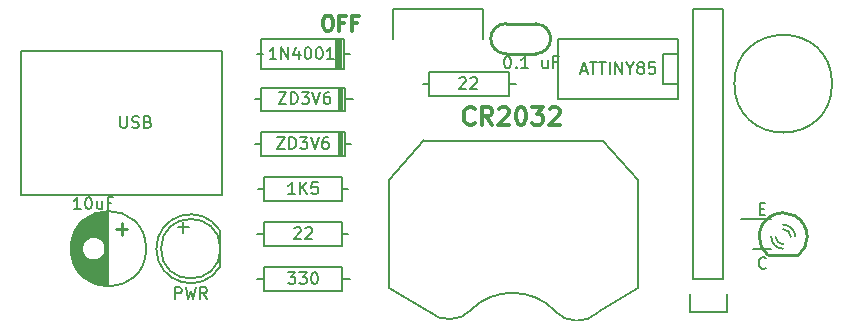
<source format=gto>
G04 #@! TF.FileFunction,Legend,Top*
%FSLAX46Y46*%
G04 Gerber Fmt 4.6, Leading zero omitted, Abs format (unit mm)*
G04 Created by KiCad (PCBNEW (2015-08-15 BZR 6092)-product) date 9/14/2015 8:23:45 PM*
%MOMM*%
G01*
G04 APERTURE LIST*
%ADD10C,0.100000*%
%ADD11C,0.300000*%
%ADD12C,0.254000*%
%ADD13C,0.150000*%
%ADD14C,0.152400*%
%ADD15C,0.203200*%
%ADD16C,0.177800*%
%ADD17C,0.200000*%
G04 APERTURE END LIST*
D10*
D11*
X123885477Y-74234524D02*
X124127381Y-74234524D01*
X124248334Y-74295000D01*
X124369286Y-74415952D01*
X124429762Y-74657857D01*
X124429762Y-75081190D01*
X124369286Y-75323095D01*
X124248334Y-75444048D01*
X124127381Y-75504524D01*
X123885477Y-75504524D01*
X123764524Y-75444048D01*
X123643572Y-75323095D01*
X123583096Y-75081190D01*
X123583096Y-74657857D01*
X123643572Y-74415952D01*
X123764524Y-74295000D01*
X123885477Y-74234524D01*
X125397381Y-74839286D02*
X124974048Y-74839286D01*
X124974048Y-75504524D02*
X124974048Y-74234524D01*
X125578810Y-74234524D01*
X126485952Y-74839286D02*
X126062619Y-74839286D01*
X126062619Y-75504524D02*
X126062619Y-74234524D01*
X126667381Y-74234524D01*
X136430144Y-83339714D02*
X136358715Y-83411143D01*
X136144429Y-83482571D01*
X136001572Y-83482571D01*
X135787287Y-83411143D01*
X135644429Y-83268286D01*
X135573001Y-83125429D01*
X135501572Y-82839714D01*
X135501572Y-82625429D01*
X135573001Y-82339714D01*
X135644429Y-82196857D01*
X135787287Y-82054000D01*
X136001572Y-81982571D01*
X136144429Y-81982571D01*
X136358715Y-82054000D01*
X136430144Y-82125429D01*
X137930144Y-83482571D02*
X137430144Y-82768286D01*
X137073001Y-83482571D02*
X137073001Y-81982571D01*
X137644429Y-81982571D01*
X137787287Y-82054000D01*
X137858715Y-82125429D01*
X137930144Y-82268286D01*
X137930144Y-82482571D01*
X137858715Y-82625429D01*
X137787287Y-82696857D01*
X137644429Y-82768286D01*
X137073001Y-82768286D01*
X138501572Y-82125429D02*
X138573001Y-82054000D01*
X138715858Y-81982571D01*
X139073001Y-81982571D01*
X139215858Y-82054000D01*
X139287287Y-82125429D01*
X139358715Y-82268286D01*
X139358715Y-82411143D01*
X139287287Y-82625429D01*
X138430144Y-83482571D01*
X139358715Y-83482571D01*
X140287286Y-81982571D02*
X140430143Y-81982571D01*
X140573000Y-82054000D01*
X140644429Y-82125429D01*
X140715858Y-82268286D01*
X140787286Y-82554000D01*
X140787286Y-82911143D01*
X140715858Y-83196857D01*
X140644429Y-83339714D01*
X140573000Y-83411143D01*
X140430143Y-83482571D01*
X140287286Y-83482571D01*
X140144429Y-83411143D01*
X140073000Y-83339714D01*
X140001572Y-83196857D01*
X139930143Y-82911143D01*
X139930143Y-82554000D01*
X140001572Y-82268286D01*
X140073000Y-82125429D01*
X140144429Y-82054000D01*
X140287286Y-81982571D01*
X141287286Y-81982571D02*
X142215857Y-81982571D01*
X141715857Y-82554000D01*
X141930143Y-82554000D01*
X142073000Y-82625429D01*
X142144429Y-82696857D01*
X142215857Y-82839714D01*
X142215857Y-83196857D01*
X142144429Y-83339714D01*
X142073000Y-83411143D01*
X141930143Y-83482571D01*
X141501571Y-83482571D01*
X141358714Y-83411143D01*
X141287286Y-83339714D01*
X142787285Y-82125429D02*
X142858714Y-82054000D01*
X143001571Y-81982571D01*
X143358714Y-81982571D01*
X143501571Y-82054000D01*
X143573000Y-82125429D01*
X143644428Y-82268286D01*
X143644428Y-82411143D01*
X143573000Y-82625429D01*
X142715857Y-83482571D01*
X143644428Y-83482571D01*
D12*
X106069191Y-92292714D02*
X107036810Y-92292714D01*
X106553000Y-92776524D02*
X106553000Y-91808905D01*
D13*
X161544000Y-93980000D02*
X160020000Y-93980000D01*
X161544000Y-91440000D02*
X159004000Y-91440000D01*
D12*
X161290000Y-94538800D02*
X163830000Y-94538800D01*
D14*
X163195000Y-92964000D02*
G75*
G03X162560000Y-92329000I-635000J0D01*
G01*
X163576000Y-92964000D02*
G75*
G03X162560000Y-91948000I-1016000J0D01*
G01*
X161925000Y-92964000D02*
G75*
G03X162560000Y-93599000I635000J0D01*
G01*
X161544000Y-92964000D02*
G75*
G03X162560000Y-93980000I1016000J0D01*
G01*
D12*
X163863426Y-94522880D02*
G75*
G03X164592000Y-92964000I-1303426J1558880D01*
G01*
X164589460Y-92963025D02*
G75*
G03X163515040Y-91173300I-2029460J-975D01*
G01*
X160530614Y-92966552D02*
G75*
G03X161249360Y-94513400I2029386J2552D01*
G01*
X161550149Y-91200701D02*
G75*
G03X160528000Y-92964000I1009851J-1763299D01*
G01*
X163523347Y-91174870D02*
G75*
G03X162560000Y-90932000I-963347J-1789130D01*
G01*
X162559900Y-90933077D02*
G75*
G03X161495740Y-91234260I100J-2030923D01*
G01*
D13*
X125222000Y-96520000D02*
X125476000Y-96520000D01*
X118618000Y-95504000D02*
X118618000Y-97536000D01*
X118618000Y-97536000D02*
X125222000Y-97536000D01*
X125222000Y-97536000D02*
X125222000Y-95504000D01*
X125222000Y-95504000D02*
X118618000Y-95504000D01*
X125476000Y-96520000D02*
X125857000Y-96520000D01*
X117983000Y-96520000D02*
X118364000Y-96520000D01*
X118364000Y-96520000D02*
X118491000Y-96520000D01*
X125222000Y-92710000D02*
X125603000Y-92710000D01*
X118364000Y-92710000D02*
X118618000Y-92710000D01*
X118618000Y-91694000D02*
X118618000Y-93726000D01*
X118618000Y-93726000D02*
X125222000Y-93726000D01*
X125222000Y-93726000D02*
X125222000Y-91694000D01*
X125222000Y-91694000D02*
X118618000Y-91694000D01*
X125476000Y-92710000D02*
X125730000Y-92710000D01*
X117983000Y-92710000D02*
X118364000Y-92710000D01*
X125222000Y-88900000D02*
X125476000Y-88900000D01*
X118364000Y-88900000D02*
X118618000Y-88900000D01*
X118618000Y-87884000D02*
X118618000Y-89916000D01*
X118618000Y-89916000D02*
X125222000Y-89916000D01*
X125222000Y-89916000D02*
X125222000Y-87884000D01*
X125222000Y-87884000D02*
X118618000Y-87884000D01*
X125476000Y-88900000D02*
X125730000Y-88900000D01*
X118110000Y-88900000D02*
X118364000Y-88900000D01*
X139319000Y-81026000D02*
X132588000Y-81026000D01*
X132588000Y-81026000D02*
X132588000Y-78994000D01*
X132588000Y-78994000D02*
X139319000Y-78994000D01*
X139319000Y-78994000D02*
X139319000Y-81026000D01*
X132588000Y-80010000D02*
X132080000Y-80010000D01*
X139954000Y-80010000D02*
X139319000Y-80010000D01*
X125857000Y-77470000D02*
X125349000Y-77470000D01*
X125095000Y-78740000D02*
X125095000Y-76200000D01*
X118364000Y-78740000D02*
X118364000Y-76200000D01*
X118364000Y-76200000D02*
X125349000Y-76200000D01*
X125349000Y-76200000D02*
X125349000Y-78740000D01*
X125349000Y-78740000D02*
X118364000Y-78740000D01*
X118491000Y-77470000D02*
X117983000Y-77470000D01*
X124714000Y-78742540D02*
X124714000Y-76202540D01*
X124968000Y-78742540D02*
X124968000Y-76202540D01*
X124841000Y-78742540D02*
X124841000Y-76202540D01*
X124460000Y-78742540D02*
X119380000Y-78742540D01*
X119380000Y-76202540D02*
X124460000Y-76202540D01*
X125133100Y-84175600D02*
X125133100Y-86042500D01*
X125056900Y-84175600D02*
X125031500Y-86042500D01*
X125476000Y-86106000D02*
X118364000Y-86106000D01*
X118364000Y-85090000D02*
X117856000Y-85090000D01*
X125984000Y-85090000D02*
X125476000Y-85090000D01*
X125222000Y-86106000D02*
X125222000Y-84201000D01*
X125222000Y-84201000D02*
X124968000Y-84201000D01*
X124968000Y-84201000D02*
X124968000Y-85979000D01*
X124968000Y-85979000D02*
X125222000Y-85979000D01*
X125476000Y-86106000D02*
X125476000Y-84074000D01*
X125476000Y-84074000D02*
X118364000Y-84074000D01*
X118364000Y-84074000D02*
X118364000Y-86106000D01*
X125082300Y-82270600D02*
X125107700Y-80492600D01*
X125476000Y-81280000D02*
X126111000Y-81280000D01*
X118364000Y-81280000D02*
X117856000Y-81280000D01*
X124968000Y-80391000D02*
X124968000Y-81407000D01*
X124968000Y-81407000D02*
X124968000Y-82296000D01*
X125222000Y-80391000D02*
X125222000Y-82296000D01*
X125476000Y-82296000D02*
X125476000Y-80391000D01*
X125476000Y-80391000D02*
X118364000Y-80391000D01*
X118364000Y-80391000D02*
X118364000Y-82296000D01*
X118364000Y-82296000D02*
X125476000Y-82296000D01*
X132524500Y-99250500D02*
X129159000Y-97282000D01*
X146875500Y-99377500D02*
X150241000Y-97282000D01*
X132499100Y-99250500D02*
G75*
G03X136182100Y-99123500I1778000J1905000D01*
G01*
X143205200Y-99250500D02*
G75*
G03X146888200Y-99377500I1905000J1778000D01*
G01*
X143256000Y-99250500D02*
G75*
G03X136144000Y-99123500I-3619500J-3492500D01*
G01*
X147320000Y-84836000D02*
X150241000Y-88201500D01*
X129159000Y-88138000D02*
X132143500Y-84772500D01*
X132080000Y-84836000D02*
X147320000Y-84836000D01*
X129159000Y-97282000D02*
X129159000Y-88138000D01*
X150241000Y-97282000D02*
X150241000Y-88138000D01*
X105355000Y-97129000D02*
X105355000Y-90831000D01*
X105215000Y-97123000D02*
X105215000Y-90837000D01*
X105075000Y-97110000D02*
X105075000Y-94426000D01*
X105075000Y-93534000D02*
X105075000Y-90850000D01*
X104935000Y-97091000D02*
X104935000Y-94636000D01*
X104935000Y-93324000D02*
X104935000Y-90869000D01*
X104795000Y-97065000D02*
X104795000Y-94769000D01*
X104795000Y-93191000D02*
X104795000Y-90895000D01*
X104655000Y-97033000D02*
X104655000Y-94860000D01*
X104655000Y-93100000D02*
X104655000Y-90927000D01*
X104515000Y-96994000D02*
X104515000Y-94922000D01*
X104515000Y-93038000D02*
X104515000Y-90966000D01*
X104375000Y-96948000D02*
X104375000Y-94961000D01*
X104375000Y-92999000D02*
X104375000Y-91012000D01*
X104235000Y-96895000D02*
X104235000Y-94978000D01*
X104235000Y-92982000D02*
X104235000Y-91065000D01*
X104095000Y-96833000D02*
X104095000Y-94976000D01*
X104095000Y-92984000D02*
X104095000Y-91127000D01*
X103955000Y-96763000D02*
X103955000Y-94954000D01*
X103955000Y-93006000D02*
X103955000Y-91197000D01*
X103815000Y-96684000D02*
X103815000Y-94911000D01*
X103815000Y-93049000D02*
X103815000Y-91276000D01*
X103675000Y-96596000D02*
X103675000Y-94843000D01*
X103675000Y-93117000D02*
X103675000Y-91364000D01*
X103535000Y-96496000D02*
X103535000Y-94744000D01*
X103535000Y-93216000D02*
X103535000Y-91464000D01*
X103395000Y-96384000D02*
X103395000Y-94599000D01*
X103395000Y-93361000D02*
X103395000Y-91576000D01*
X103255000Y-96259000D02*
X103255000Y-94360000D01*
X103255000Y-93600000D02*
X103255000Y-91701000D01*
X103115000Y-96116000D02*
X103115000Y-91844000D01*
X102975000Y-95954000D02*
X102975000Y-92006000D01*
X102835000Y-95766000D02*
X102835000Y-92194000D01*
X102695000Y-95543000D02*
X102695000Y-92417000D01*
X102555000Y-95267000D02*
X102555000Y-92693000D01*
X102415000Y-94892000D02*
X102415000Y-93068000D01*
X105180000Y-93980000D02*
G75*
G03X105180000Y-93980000I-1000000J0D01*
G01*
X108617500Y-93980000D02*
G75*
G03X108617500Y-93980000I-3187500J0D01*
G01*
X153670000Y-80010000D02*
X152400000Y-80010000D01*
X152400000Y-80010000D02*
X152400000Y-77470000D01*
X152400000Y-77470000D02*
X153670000Y-77470000D01*
X153670000Y-81280000D02*
X143510000Y-81280000D01*
X143510000Y-81280000D02*
X143510000Y-76200000D01*
X143510000Y-76200000D02*
X153670000Y-76200000D01*
X153670000Y-76200000D02*
X153670000Y-81280000D01*
X98044000Y-77216000D02*
X98044000Y-89408000D01*
X98044000Y-89408000D02*
X115062000Y-89408000D01*
X115062000Y-89408000D02*
X115062000Y-77216000D01*
X115062000Y-77216000D02*
X98044000Y-77216000D01*
X154940000Y-96520000D02*
X154940000Y-73660000D01*
X154940000Y-73660000D02*
X157480000Y-73660000D01*
X157480000Y-73660000D02*
X157480000Y-96520000D01*
X154660000Y-99340000D02*
X154660000Y-97790000D01*
X154940000Y-96520000D02*
X157480000Y-96520000D01*
X157760000Y-97790000D02*
X157760000Y-99340000D01*
X157760000Y-99340000D02*
X154660000Y-99340000D01*
X129540000Y-76200000D02*
X129540000Y-73660000D01*
X129540000Y-73660000D02*
X137160000Y-73660000D01*
X137160000Y-73660000D02*
X137160000Y-76200000D01*
D15*
X166694820Y-80010000D02*
G75*
G03X166694820Y-80010000I-4134820J0D01*
G01*
D12*
X141605000Y-77470000D02*
X139065000Y-77470000D01*
X141605000Y-74930000D02*
X139065000Y-74930000D01*
X142875000Y-76200000D02*
G75*
G03X141605000Y-74930000I-1270000J0D01*
G01*
X141605000Y-77470000D02*
G75*
G03X142875000Y-76200000I0J1270000D01*
G01*
X139065000Y-74930000D02*
G75*
G03X137795000Y-76200000I0J-1270000D01*
G01*
X137795000Y-76200000D02*
G75*
G03X139065000Y-77470000I1270000J0D01*
G01*
D13*
X114879888Y-92455096D02*
G75*
G03X114895000Y-95480000I-2484888J-1524904D01*
G01*
X114895000Y-92480000D02*
X114895000Y-95480000D01*
X114912936Y-93980000D02*
G75*
G03X114912936Y-93980000I-2517936J0D01*
G01*
X160567714Y-90606571D02*
X160901048Y-90606571D01*
X161043905Y-91130381D02*
X160567714Y-91130381D01*
X160567714Y-90130381D01*
X161043905Y-90130381D01*
X161091524Y-95607143D02*
X161043905Y-95654762D01*
X160901048Y-95702381D01*
X160805810Y-95702381D01*
X160662952Y-95654762D01*
X160567714Y-95559524D01*
X160520095Y-95464286D01*
X160472476Y-95273810D01*
X160472476Y-95130952D01*
X160520095Y-94940476D01*
X160567714Y-94845238D01*
X160662952Y-94750000D01*
X160805810Y-94702381D01*
X160901048Y-94702381D01*
X161043905Y-94750000D01*
X161091524Y-94797619D01*
X120634286Y-95972381D02*
X121253334Y-95972381D01*
X120920000Y-96353333D01*
X121062858Y-96353333D01*
X121158096Y-96400952D01*
X121205715Y-96448571D01*
X121253334Y-96543810D01*
X121253334Y-96781905D01*
X121205715Y-96877143D01*
X121158096Y-96924762D01*
X121062858Y-96972381D01*
X120777143Y-96972381D01*
X120681905Y-96924762D01*
X120634286Y-96877143D01*
X121586667Y-95972381D02*
X122205715Y-95972381D01*
X121872381Y-96353333D01*
X122015239Y-96353333D01*
X122110477Y-96400952D01*
X122158096Y-96448571D01*
X122205715Y-96543810D01*
X122205715Y-96781905D01*
X122158096Y-96877143D01*
X122110477Y-96924762D01*
X122015239Y-96972381D01*
X121729524Y-96972381D01*
X121634286Y-96924762D01*
X121586667Y-96877143D01*
X122824762Y-95972381D02*
X122920001Y-95972381D01*
X123015239Y-96020000D01*
X123062858Y-96067619D01*
X123110477Y-96162857D01*
X123158096Y-96353333D01*
X123158096Y-96591429D01*
X123110477Y-96781905D01*
X123062858Y-96877143D01*
X123015239Y-96924762D01*
X122920001Y-96972381D01*
X122824762Y-96972381D01*
X122729524Y-96924762D01*
X122681905Y-96877143D01*
X122634286Y-96781905D01*
X122586667Y-96591429D01*
X122586667Y-96353333D01*
X122634286Y-96162857D01*
X122681905Y-96067619D01*
X122729524Y-96020000D01*
X122824762Y-95972381D01*
X121158095Y-92257619D02*
X121205714Y-92210000D01*
X121300952Y-92162381D01*
X121539048Y-92162381D01*
X121634286Y-92210000D01*
X121681905Y-92257619D01*
X121729524Y-92352857D01*
X121729524Y-92448095D01*
X121681905Y-92590952D01*
X121110476Y-93162381D01*
X121729524Y-93162381D01*
X122110476Y-92257619D02*
X122158095Y-92210000D01*
X122253333Y-92162381D01*
X122491429Y-92162381D01*
X122586667Y-92210000D01*
X122634286Y-92257619D01*
X122681905Y-92352857D01*
X122681905Y-92448095D01*
X122634286Y-92590952D01*
X122062857Y-93162381D01*
X122681905Y-93162381D01*
X121229524Y-89352381D02*
X120658095Y-89352381D01*
X120943809Y-89352381D02*
X120943809Y-88352381D01*
X120848571Y-88495238D01*
X120753333Y-88590476D01*
X120658095Y-88638095D01*
X121658095Y-89352381D02*
X121658095Y-88352381D01*
X122229524Y-89352381D02*
X121800952Y-88780952D01*
X122229524Y-88352381D02*
X121658095Y-88923810D01*
X123134286Y-88352381D02*
X122658095Y-88352381D01*
X122610476Y-88828571D01*
X122658095Y-88780952D01*
X122753333Y-88733333D01*
X122991429Y-88733333D01*
X123086667Y-88780952D01*
X123134286Y-88828571D01*
X123181905Y-88923810D01*
X123181905Y-89161905D01*
X123134286Y-89257143D01*
X123086667Y-89304762D01*
X122991429Y-89352381D01*
X122753333Y-89352381D01*
X122658095Y-89304762D01*
X122610476Y-89257143D01*
X135128095Y-79557619D02*
X135175714Y-79510000D01*
X135270952Y-79462381D01*
X135509048Y-79462381D01*
X135604286Y-79510000D01*
X135651905Y-79557619D01*
X135699524Y-79652857D01*
X135699524Y-79748095D01*
X135651905Y-79890952D01*
X135080476Y-80462381D01*
X135699524Y-80462381D01*
X136080476Y-79557619D02*
X136128095Y-79510000D01*
X136223333Y-79462381D01*
X136461429Y-79462381D01*
X136556667Y-79510000D01*
X136604286Y-79557619D01*
X136651905Y-79652857D01*
X136651905Y-79748095D01*
X136604286Y-79890952D01*
X136032857Y-80462381D01*
X136651905Y-80462381D01*
X119650143Y-77922381D02*
X119078714Y-77922381D01*
X119364428Y-77922381D02*
X119364428Y-76922381D01*
X119269190Y-77065238D01*
X119173952Y-77160476D01*
X119078714Y-77208095D01*
X120078714Y-77922381D02*
X120078714Y-76922381D01*
X120650143Y-77922381D01*
X120650143Y-76922381D01*
X121554905Y-77255714D02*
X121554905Y-77922381D01*
X121316809Y-76874762D02*
X121078714Y-77589048D01*
X121697762Y-77589048D01*
X122269190Y-76922381D02*
X122364429Y-76922381D01*
X122459667Y-76970000D01*
X122507286Y-77017619D01*
X122554905Y-77112857D01*
X122602524Y-77303333D01*
X122602524Y-77541429D01*
X122554905Y-77731905D01*
X122507286Y-77827143D01*
X122459667Y-77874762D01*
X122364429Y-77922381D01*
X122269190Y-77922381D01*
X122173952Y-77874762D01*
X122126333Y-77827143D01*
X122078714Y-77731905D01*
X122031095Y-77541429D01*
X122031095Y-77303333D01*
X122078714Y-77112857D01*
X122126333Y-77017619D01*
X122173952Y-76970000D01*
X122269190Y-76922381D01*
X123221571Y-76922381D02*
X123316810Y-76922381D01*
X123412048Y-76970000D01*
X123459667Y-77017619D01*
X123507286Y-77112857D01*
X123554905Y-77303333D01*
X123554905Y-77541429D01*
X123507286Y-77731905D01*
X123459667Y-77827143D01*
X123412048Y-77874762D01*
X123316810Y-77922381D01*
X123221571Y-77922381D01*
X123126333Y-77874762D01*
X123078714Y-77827143D01*
X123031095Y-77731905D01*
X122983476Y-77541429D01*
X122983476Y-77303333D01*
X123031095Y-77112857D01*
X123078714Y-77017619D01*
X123126333Y-76970000D01*
X123221571Y-76922381D01*
X124507286Y-77922381D02*
X123935857Y-77922381D01*
X124221571Y-77922381D02*
X124221571Y-76922381D01*
X124126333Y-77065238D01*
X124031095Y-77160476D01*
X123935857Y-77208095D01*
X119705714Y-84542381D02*
X120372381Y-84542381D01*
X119705714Y-85542381D01*
X120372381Y-85542381D01*
X120753333Y-85542381D02*
X120753333Y-84542381D01*
X120991428Y-84542381D01*
X121134286Y-84590000D01*
X121229524Y-84685238D01*
X121277143Y-84780476D01*
X121324762Y-84970952D01*
X121324762Y-85113810D01*
X121277143Y-85304286D01*
X121229524Y-85399524D01*
X121134286Y-85494762D01*
X120991428Y-85542381D01*
X120753333Y-85542381D01*
X121658095Y-84542381D02*
X122277143Y-84542381D01*
X121943809Y-84923333D01*
X122086667Y-84923333D01*
X122181905Y-84970952D01*
X122229524Y-85018571D01*
X122277143Y-85113810D01*
X122277143Y-85351905D01*
X122229524Y-85447143D01*
X122181905Y-85494762D01*
X122086667Y-85542381D01*
X121800952Y-85542381D01*
X121705714Y-85494762D01*
X121658095Y-85447143D01*
X122562857Y-84542381D02*
X122896190Y-85542381D01*
X123229524Y-84542381D01*
X123991429Y-84542381D02*
X123800952Y-84542381D01*
X123705714Y-84590000D01*
X123658095Y-84637619D01*
X123562857Y-84780476D01*
X123515238Y-84970952D01*
X123515238Y-85351905D01*
X123562857Y-85447143D01*
X123610476Y-85494762D01*
X123705714Y-85542381D01*
X123896191Y-85542381D01*
X123991429Y-85494762D01*
X124039048Y-85447143D01*
X124086667Y-85351905D01*
X124086667Y-85113810D01*
X124039048Y-85018571D01*
X123991429Y-84970952D01*
X123896191Y-84923333D01*
X123705714Y-84923333D01*
X123610476Y-84970952D01*
X123562857Y-85018571D01*
X123515238Y-85113810D01*
X119832714Y-80732381D02*
X120499381Y-80732381D01*
X119832714Y-81732381D01*
X120499381Y-81732381D01*
X120880333Y-81732381D02*
X120880333Y-80732381D01*
X121118428Y-80732381D01*
X121261286Y-80780000D01*
X121356524Y-80875238D01*
X121404143Y-80970476D01*
X121451762Y-81160952D01*
X121451762Y-81303810D01*
X121404143Y-81494286D01*
X121356524Y-81589524D01*
X121261286Y-81684762D01*
X121118428Y-81732381D01*
X120880333Y-81732381D01*
X121785095Y-80732381D02*
X122404143Y-80732381D01*
X122070809Y-81113333D01*
X122213667Y-81113333D01*
X122308905Y-81160952D01*
X122356524Y-81208571D01*
X122404143Y-81303810D01*
X122404143Y-81541905D01*
X122356524Y-81637143D01*
X122308905Y-81684762D01*
X122213667Y-81732381D01*
X121927952Y-81732381D01*
X121832714Y-81684762D01*
X121785095Y-81637143D01*
X122689857Y-80732381D02*
X123023190Y-81732381D01*
X123356524Y-80732381D01*
X124118429Y-80732381D02*
X123927952Y-80732381D01*
X123832714Y-80780000D01*
X123785095Y-80827619D01*
X123689857Y-80970476D01*
X123642238Y-81160952D01*
X123642238Y-81541905D01*
X123689857Y-81637143D01*
X123737476Y-81684762D01*
X123832714Y-81732381D01*
X124023191Y-81732381D01*
X124118429Y-81684762D01*
X124166048Y-81637143D01*
X124213667Y-81541905D01*
X124213667Y-81303810D01*
X124166048Y-81208571D01*
X124118429Y-81160952D01*
X124023191Y-81113333D01*
X123832714Y-81113333D01*
X123737476Y-81160952D01*
X123689857Y-81208571D01*
X123642238Y-81303810D01*
X103068572Y-90622381D02*
X102497143Y-90622381D01*
X102782857Y-90622381D02*
X102782857Y-89622381D01*
X102687619Y-89765238D01*
X102592381Y-89860476D01*
X102497143Y-89908095D01*
X103687619Y-89622381D02*
X103782858Y-89622381D01*
X103878096Y-89670000D01*
X103925715Y-89717619D01*
X103973334Y-89812857D01*
X104020953Y-90003333D01*
X104020953Y-90241429D01*
X103973334Y-90431905D01*
X103925715Y-90527143D01*
X103878096Y-90574762D01*
X103782858Y-90622381D01*
X103687619Y-90622381D01*
X103592381Y-90574762D01*
X103544762Y-90527143D01*
X103497143Y-90431905D01*
X103449524Y-90241429D01*
X103449524Y-90003333D01*
X103497143Y-89812857D01*
X103544762Y-89717619D01*
X103592381Y-89670000D01*
X103687619Y-89622381D01*
X104878096Y-89955714D02*
X104878096Y-90622381D01*
X104449524Y-89955714D02*
X104449524Y-90479524D01*
X104497143Y-90574762D01*
X104592381Y-90622381D01*
X104735239Y-90622381D01*
X104830477Y-90574762D01*
X104878096Y-90527143D01*
X105687620Y-90098571D02*
X105354286Y-90098571D01*
X105354286Y-90622381D02*
X105354286Y-89622381D01*
X105830477Y-89622381D01*
X145447143Y-78906667D02*
X145923334Y-78906667D01*
X145351905Y-79192381D02*
X145685238Y-78192381D01*
X146018572Y-79192381D01*
X146209048Y-78192381D02*
X146780477Y-78192381D01*
X146494762Y-79192381D02*
X146494762Y-78192381D01*
X146970953Y-78192381D02*
X147542382Y-78192381D01*
X147256667Y-79192381D02*
X147256667Y-78192381D01*
X147875715Y-79192381D02*
X147875715Y-78192381D01*
X148351905Y-79192381D02*
X148351905Y-78192381D01*
X148923334Y-79192381D01*
X148923334Y-78192381D01*
X149590000Y-78716190D02*
X149590000Y-79192381D01*
X149256667Y-78192381D02*
X149590000Y-78716190D01*
X149923334Y-78192381D01*
X150399524Y-78620952D02*
X150304286Y-78573333D01*
X150256667Y-78525714D01*
X150209048Y-78430476D01*
X150209048Y-78382857D01*
X150256667Y-78287619D01*
X150304286Y-78240000D01*
X150399524Y-78192381D01*
X150590001Y-78192381D01*
X150685239Y-78240000D01*
X150732858Y-78287619D01*
X150780477Y-78382857D01*
X150780477Y-78430476D01*
X150732858Y-78525714D01*
X150685239Y-78573333D01*
X150590001Y-78620952D01*
X150399524Y-78620952D01*
X150304286Y-78668571D01*
X150256667Y-78716190D01*
X150209048Y-78811429D01*
X150209048Y-79001905D01*
X150256667Y-79097143D01*
X150304286Y-79144762D01*
X150399524Y-79192381D01*
X150590001Y-79192381D01*
X150685239Y-79144762D01*
X150732858Y-79097143D01*
X150780477Y-79001905D01*
X150780477Y-78811429D01*
X150732858Y-78716190D01*
X150685239Y-78668571D01*
X150590001Y-78620952D01*
X151685239Y-78192381D02*
X151209048Y-78192381D01*
X151161429Y-78668571D01*
X151209048Y-78620952D01*
X151304286Y-78573333D01*
X151542382Y-78573333D01*
X151637620Y-78620952D01*
X151685239Y-78668571D01*
X151732858Y-78763810D01*
X151732858Y-79001905D01*
X151685239Y-79097143D01*
X151637620Y-79144762D01*
X151542382Y-79192381D01*
X151304286Y-79192381D01*
X151209048Y-79144762D01*
X151161429Y-79097143D01*
X106434095Y-82764381D02*
X106434095Y-83573905D01*
X106481714Y-83669143D01*
X106529333Y-83716762D01*
X106624571Y-83764381D01*
X106815048Y-83764381D01*
X106910286Y-83716762D01*
X106957905Y-83669143D01*
X107005524Y-83573905D01*
X107005524Y-82764381D01*
X107434095Y-83716762D02*
X107576952Y-83764381D01*
X107815048Y-83764381D01*
X107910286Y-83716762D01*
X107957905Y-83669143D01*
X108005524Y-83573905D01*
X108005524Y-83478667D01*
X107957905Y-83383429D01*
X107910286Y-83335810D01*
X107815048Y-83288190D01*
X107624571Y-83240571D01*
X107529333Y-83192952D01*
X107481714Y-83145333D01*
X107434095Y-83050095D01*
X107434095Y-82954857D01*
X107481714Y-82859619D01*
X107529333Y-82812000D01*
X107624571Y-82764381D01*
X107862667Y-82764381D01*
X108005524Y-82812000D01*
X108767429Y-83240571D02*
X108910286Y-83288190D01*
X108957905Y-83335810D01*
X109005524Y-83431048D01*
X109005524Y-83573905D01*
X108957905Y-83669143D01*
X108910286Y-83716762D01*
X108815048Y-83764381D01*
X108434095Y-83764381D01*
X108434095Y-82764381D01*
X108767429Y-82764381D01*
X108862667Y-82812000D01*
X108910286Y-82859619D01*
X108957905Y-82954857D01*
X108957905Y-83050095D01*
X108910286Y-83145333D01*
X108862667Y-83192952D01*
X108767429Y-83240571D01*
X108434095Y-83240571D01*
D16*
X139167810Y-77675619D02*
X139264571Y-77675619D01*
X139361333Y-77724000D01*
X139409714Y-77772381D01*
X139458095Y-77869143D01*
X139506476Y-78062667D01*
X139506476Y-78304571D01*
X139458095Y-78498095D01*
X139409714Y-78594857D01*
X139361333Y-78643238D01*
X139264571Y-78691619D01*
X139167810Y-78691619D01*
X139071048Y-78643238D01*
X139022667Y-78594857D01*
X138974286Y-78498095D01*
X138925905Y-78304571D01*
X138925905Y-78062667D01*
X138974286Y-77869143D01*
X139022667Y-77772381D01*
X139071048Y-77724000D01*
X139167810Y-77675619D01*
X139941905Y-78594857D02*
X139990286Y-78643238D01*
X139941905Y-78691619D01*
X139893524Y-78643238D01*
X139941905Y-78594857D01*
X139941905Y-78691619D01*
X140957905Y-78691619D02*
X140377334Y-78691619D01*
X140667620Y-78691619D02*
X140667620Y-77675619D01*
X140570858Y-77820762D01*
X140474096Y-77917524D01*
X140377334Y-77965905D01*
X142602857Y-78014286D02*
X142602857Y-78691619D01*
X142167429Y-78014286D02*
X142167429Y-78546476D01*
X142215810Y-78643238D01*
X142312572Y-78691619D01*
X142457714Y-78691619D01*
X142554476Y-78643238D01*
X142602857Y-78594857D01*
X143425333Y-78159429D02*
X143086667Y-78159429D01*
X143086667Y-78691619D02*
X143086667Y-77675619D01*
X143570476Y-77675619D01*
D13*
X111061667Y-98242381D02*
X111061667Y-97242381D01*
X111442620Y-97242381D01*
X111537858Y-97290000D01*
X111585477Y-97337619D01*
X111633096Y-97432857D01*
X111633096Y-97575714D01*
X111585477Y-97670952D01*
X111537858Y-97718571D01*
X111442620Y-97766190D01*
X111061667Y-97766190D01*
X111966429Y-97242381D02*
X112204524Y-98242381D01*
X112395001Y-97528095D01*
X112585477Y-98242381D01*
X112823572Y-97242381D01*
X113775953Y-98242381D02*
X113442619Y-97766190D01*
X113204524Y-98242381D02*
X113204524Y-97242381D01*
X113585477Y-97242381D01*
X113680715Y-97290000D01*
X113728334Y-97337619D01*
X113775953Y-97432857D01*
X113775953Y-97575714D01*
X113728334Y-97670952D01*
X113680715Y-97718571D01*
X113585477Y-97766190D01*
X113204524Y-97766190D01*
D17*
X111302857Y-92160714D02*
X112217143Y-92160714D01*
X111760000Y-92617857D02*
X111760000Y-91703571D01*
M02*

</source>
